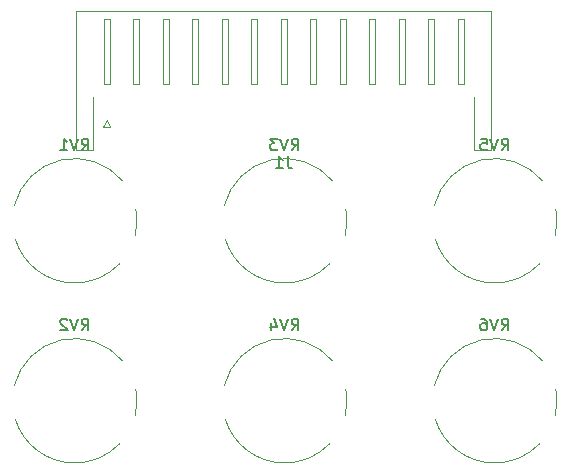
<source format=gbr>
%TF.GenerationSoftware,KiCad,Pcbnew,(6.0.6)*%
%TF.CreationDate,2023-03-13T22:40:33-07:00*%
%TF.ProjectId,k7000,6b373030-302e-46b6-9963-61645f706362,rev?*%
%TF.SameCoordinates,Original*%
%TF.FileFunction,Legend,Bot*%
%TF.FilePolarity,Positive*%
%FSLAX46Y46*%
G04 Gerber Fmt 4.6, Leading zero omitted, Abs format (unit mm)*
G04 Created by KiCad (PCBNEW (6.0.6)) date 2023-03-13 22:40:33*
%MOMM*%
%LPD*%
G01*
G04 APERTURE LIST*
%ADD10C,0.150000*%
%ADD11C,0.120000*%
G04 APERTURE END LIST*
D10*
%TO.C,RV6*%
X123879238Y-65461380D02*
X124212571Y-64985190D01*
X124450666Y-65461380D02*
X124450666Y-64461380D01*
X124069714Y-64461380D01*
X123974476Y-64509000D01*
X123926857Y-64556619D01*
X123879238Y-64651857D01*
X123879238Y-64794714D01*
X123926857Y-64889952D01*
X123974476Y-64937571D01*
X124069714Y-64985190D01*
X124450666Y-64985190D01*
X123593523Y-64461380D02*
X123260190Y-65461380D01*
X122926857Y-64461380D01*
X122164952Y-64461380D02*
X122355428Y-64461380D01*
X122450666Y-64509000D01*
X122498285Y-64556619D01*
X122593523Y-64699476D01*
X122641142Y-64889952D01*
X122641142Y-65270904D01*
X122593523Y-65366142D01*
X122545904Y-65413761D01*
X122450666Y-65461380D01*
X122260190Y-65461380D01*
X122164952Y-65413761D01*
X122117333Y-65366142D01*
X122069714Y-65270904D01*
X122069714Y-65032809D01*
X122117333Y-64937571D01*
X122164952Y-64889952D01*
X122260190Y-64842333D01*
X122450666Y-64842333D01*
X122545904Y-64889952D01*
X122593523Y-64937571D01*
X122641142Y-65032809D01*
%TO.C,RV5*%
X123879238Y-50221380D02*
X124212571Y-49745190D01*
X124450666Y-50221380D02*
X124450666Y-49221380D01*
X124069714Y-49221380D01*
X123974476Y-49269000D01*
X123926857Y-49316619D01*
X123879238Y-49411857D01*
X123879238Y-49554714D01*
X123926857Y-49649952D01*
X123974476Y-49697571D01*
X124069714Y-49745190D01*
X124450666Y-49745190D01*
X123593523Y-49221380D02*
X123260190Y-50221380D01*
X122926857Y-49221380D01*
X122117333Y-49221380D02*
X122593523Y-49221380D01*
X122641142Y-49697571D01*
X122593523Y-49649952D01*
X122498285Y-49602333D01*
X122260190Y-49602333D01*
X122164952Y-49649952D01*
X122117333Y-49697571D01*
X122069714Y-49792809D01*
X122069714Y-50030904D01*
X122117333Y-50126142D01*
X122164952Y-50173761D01*
X122260190Y-50221380D01*
X122498285Y-50221380D01*
X122593523Y-50173761D01*
X122641142Y-50126142D01*
%TO.C,RV4*%
X106099238Y-65461380D02*
X106432571Y-64985190D01*
X106670666Y-65461380D02*
X106670666Y-64461380D01*
X106289714Y-64461380D01*
X106194476Y-64509000D01*
X106146857Y-64556619D01*
X106099238Y-64651857D01*
X106099238Y-64794714D01*
X106146857Y-64889952D01*
X106194476Y-64937571D01*
X106289714Y-64985190D01*
X106670666Y-64985190D01*
X105813523Y-64461380D02*
X105480190Y-65461380D01*
X105146857Y-64461380D01*
X104384952Y-64794714D02*
X104384952Y-65461380D01*
X104623047Y-64413761D02*
X104861142Y-65128047D01*
X104242095Y-65128047D01*
%TO.C,RV3*%
X106099238Y-50221380D02*
X106432571Y-49745190D01*
X106670666Y-50221380D02*
X106670666Y-49221380D01*
X106289714Y-49221380D01*
X106194476Y-49269000D01*
X106146857Y-49316619D01*
X106099238Y-49411857D01*
X106099238Y-49554714D01*
X106146857Y-49649952D01*
X106194476Y-49697571D01*
X106289714Y-49745190D01*
X106670666Y-49745190D01*
X105813523Y-49221380D02*
X105480190Y-50221380D01*
X105146857Y-49221380D01*
X104908761Y-49221380D02*
X104289714Y-49221380D01*
X104623047Y-49602333D01*
X104480190Y-49602333D01*
X104384952Y-49649952D01*
X104337333Y-49697571D01*
X104289714Y-49792809D01*
X104289714Y-50030904D01*
X104337333Y-50126142D01*
X104384952Y-50173761D01*
X104480190Y-50221380D01*
X104765904Y-50221380D01*
X104861142Y-50173761D01*
X104908761Y-50126142D01*
%TO.C,RV2*%
X88319238Y-65461380D02*
X88652571Y-64985190D01*
X88890666Y-65461380D02*
X88890666Y-64461380D01*
X88509714Y-64461380D01*
X88414476Y-64509000D01*
X88366857Y-64556619D01*
X88319238Y-64651857D01*
X88319238Y-64794714D01*
X88366857Y-64889952D01*
X88414476Y-64937571D01*
X88509714Y-64985190D01*
X88890666Y-64985190D01*
X88033523Y-64461380D02*
X87700190Y-65461380D01*
X87366857Y-64461380D01*
X87081142Y-64556619D02*
X87033523Y-64509000D01*
X86938285Y-64461380D01*
X86700190Y-64461380D01*
X86604952Y-64509000D01*
X86557333Y-64556619D01*
X86509714Y-64651857D01*
X86509714Y-64747095D01*
X86557333Y-64889952D01*
X87128761Y-65461380D01*
X86509714Y-65461380D01*
%TO.C,RV1*%
X88319238Y-50221380D02*
X88652571Y-49745190D01*
X88890666Y-50221380D02*
X88890666Y-49221380D01*
X88509714Y-49221380D01*
X88414476Y-49269000D01*
X88366857Y-49316619D01*
X88319238Y-49411857D01*
X88319238Y-49554714D01*
X88366857Y-49649952D01*
X88414476Y-49697571D01*
X88509714Y-49745190D01*
X88890666Y-49745190D01*
X88033523Y-49221380D02*
X87700190Y-50221380D01*
X87366857Y-49221380D01*
X86509714Y-50221380D02*
X87081142Y-50221380D01*
X86795428Y-50221380D02*
X86795428Y-49221380D01*
X86890666Y-49364238D01*
X86985904Y-49459476D01*
X87081142Y-49507095D01*
%TO.C,J1*%
X105757333Y-50716380D02*
X105757333Y-51430666D01*
X105804952Y-51573523D01*
X105900190Y-51668761D01*
X106043047Y-51716380D01*
X106138285Y-51716380D01*
X104757333Y-51716380D02*
X105328761Y-51716380D01*
X105043047Y-51716380D02*
X105043047Y-50716380D01*
X105138285Y-50859238D01*
X105233523Y-50954476D01*
X105328761Y-51002095D01*
D11*
%TO.C,RV6*%
X128398391Y-72683881D02*
G75*
G03*
X128458000Y-70403000I-5114391J1274881D01*
G01*
X123191970Y-76678357D02*
G75*
G03*
X127075000Y-75070000I92030J5269357D01*
G01*
X127320622Y-68020526D02*
G75*
G03*
X118170000Y-70135000I-4036622J-3388474D01*
G01*
X118244274Y-72949799D02*
G75*
G03*
X123284000Y-76679000I5039726J1540799D01*
G01*
%TO.C,RV5*%
X128398391Y-57443881D02*
G75*
G03*
X128458000Y-55163000I-5114391J1274881D01*
G01*
X123191970Y-61438357D02*
G75*
G03*
X127075000Y-59830000I92030J5269357D01*
G01*
X127320622Y-52780526D02*
G75*
G03*
X118170000Y-54895000I-4036622J-3388474D01*
G01*
X118244274Y-57709799D02*
G75*
G03*
X123284000Y-61439000I5039726J1540799D01*
G01*
%TO.C,RV4*%
X110618391Y-72683881D02*
G75*
G03*
X110678000Y-70403000I-5114391J1274881D01*
G01*
X105411970Y-76678357D02*
G75*
G03*
X109295000Y-75070000I92030J5269357D01*
G01*
X109540622Y-68020526D02*
G75*
G03*
X100390000Y-70135000I-4036622J-3388474D01*
G01*
X100464274Y-72949799D02*
G75*
G03*
X105504000Y-76679000I5039726J1540799D01*
G01*
%TO.C,RV3*%
X110618391Y-57443881D02*
G75*
G03*
X110678000Y-55163000I-5114391J1274881D01*
G01*
X105411970Y-61438357D02*
G75*
G03*
X109295000Y-59830000I92030J5269357D01*
G01*
X109540622Y-52780526D02*
G75*
G03*
X100390000Y-54895000I-4036622J-3388474D01*
G01*
X100464274Y-57709799D02*
G75*
G03*
X105504000Y-61439000I5039726J1540799D01*
G01*
%TO.C,RV2*%
X92838391Y-72683881D02*
G75*
G03*
X92898000Y-70403000I-5114391J1274881D01*
G01*
X87631970Y-76678357D02*
G75*
G03*
X91515000Y-75070000I92030J5269357D01*
G01*
X91760622Y-68020526D02*
G75*
G03*
X82610000Y-70135000I-4036622J-3388474D01*
G01*
X82684274Y-72949799D02*
G75*
G03*
X87724000Y-76679000I5039726J1540799D01*
G01*
%TO.C,RV1*%
X92838391Y-57443881D02*
G75*
G03*
X92898000Y-55163000I-5114391J1274881D01*
G01*
X87631970Y-61438357D02*
G75*
G03*
X91515000Y-59830000I92030J5269357D01*
G01*
X91760622Y-52780526D02*
G75*
G03*
X82610000Y-54895000I-4036622J-3388474D01*
G01*
X82684274Y-57709799D02*
G75*
G03*
X87724000Y-61439000I5039726J1540799D01*
G01*
%TO.C,J1*%
X90674000Y-39064000D02*
X90674000Y-44564000D01*
X110174000Y-44564000D02*
X110174000Y-39064000D01*
X98174000Y-39064000D02*
X98174000Y-44564000D01*
X108174000Y-44564000D02*
X107674000Y-44564000D01*
X87864000Y-38454000D02*
X87864000Y-50174000D01*
X105424000Y-38454000D02*
X87864000Y-38454000D01*
X120174000Y-44564000D02*
X120174000Y-39064000D01*
X110674000Y-44564000D02*
X110174000Y-44564000D01*
X105674000Y-44564000D02*
X105174000Y-44564000D01*
X120174000Y-39064000D02*
X120674000Y-39064000D01*
X105174000Y-39064000D02*
X105674000Y-39064000D01*
X90174000Y-44564000D02*
X90174000Y-39064000D01*
X102674000Y-44564000D02*
X102674000Y-39064000D01*
X110674000Y-39064000D02*
X110674000Y-44564000D01*
X105174000Y-44564000D02*
X105174000Y-39064000D01*
X95174000Y-44564000D02*
X95174000Y-39064000D01*
X113174000Y-44564000D02*
X112674000Y-44564000D01*
X115674000Y-44564000D02*
X115174000Y-44564000D01*
X110174000Y-39064000D02*
X110674000Y-39064000D01*
X95674000Y-44564000D02*
X95174000Y-44564000D01*
X117674000Y-39064000D02*
X118174000Y-39064000D01*
X107674000Y-44564000D02*
X107674000Y-39064000D01*
X93174000Y-44564000D02*
X92674000Y-44564000D01*
X122984000Y-50174000D02*
X121564000Y-50174000D01*
X118174000Y-44564000D02*
X117674000Y-44564000D01*
X112674000Y-44564000D02*
X112674000Y-39064000D01*
X95674000Y-39064000D02*
X95674000Y-44564000D01*
X105424000Y-38454000D02*
X122984000Y-38454000D01*
X92674000Y-44564000D02*
X92674000Y-39064000D01*
X97674000Y-44564000D02*
X97674000Y-39064000D01*
X108174000Y-39064000D02*
X108174000Y-44564000D01*
X95174000Y-39064000D02*
X95674000Y-39064000D01*
X120674000Y-44564000D02*
X120174000Y-44564000D01*
X90724000Y-48264000D02*
X90424000Y-47664000D01*
X97674000Y-39064000D02*
X98174000Y-39064000D01*
X117674000Y-44564000D02*
X117674000Y-39064000D01*
X102674000Y-39064000D02*
X103174000Y-39064000D01*
X122984000Y-38454000D02*
X122984000Y-50174000D01*
X90174000Y-39064000D02*
X90674000Y-39064000D01*
X92674000Y-39064000D02*
X93174000Y-39064000D01*
X120674000Y-39064000D02*
X120674000Y-44564000D01*
X87864000Y-50174000D02*
X89284000Y-50174000D01*
X93174000Y-39064000D02*
X93174000Y-44564000D01*
X98174000Y-44564000D02*
X97674000Y-44564000D01*
X100674000Y-44564000D02*
X100174000Y-44564000D01*
X115174000Y-39064000D02*
X115674000Y-39064000D01*
X90674000Y-44564000D02*
X90174000Y-44564000D01*
X115174000Y-44564000D02*
X115174000Y-39064000D01*
X107674000Y-39064000D02*
X108174000Y-39064000D01*
X89284000Y-50174000D02*
X89284000Y-45674000D01*
X105674000Y-39064000D02*
X105674000Y-44564000D01*
X90424000Y-47664000D02*
X90124000Y-48264000D01*
X118174000Y-39064000D02*
X118174000Y-44564000D01*
X103174000Y-39064000D02*
X103174000Y-44564000D01*
X100174000Y-39064000D02*
X100674000Y-39064000D01*
X90124000Y-48264000D02*
X90724000Y-48264000D01*
X100674000Y-39064000D02*
X100674000Y-44564000D01*
X113174000Y-39064000D02*
X113174000Y-44564000D01*
X115674000Y-39064000D02*
X115674000Y-44564000D01*
X112674000Y-39064000D02*
X113174000Y-39064000D01*
X121564000Y-50174000D02*
X121564000Y-45674000D01*
X100174000Y-44564000D02*
X100174000Y-39064000D01*
X103174000Y-44564000D02*
X102674000Y-44564000D01*
%TD*%
M02*

</source>
